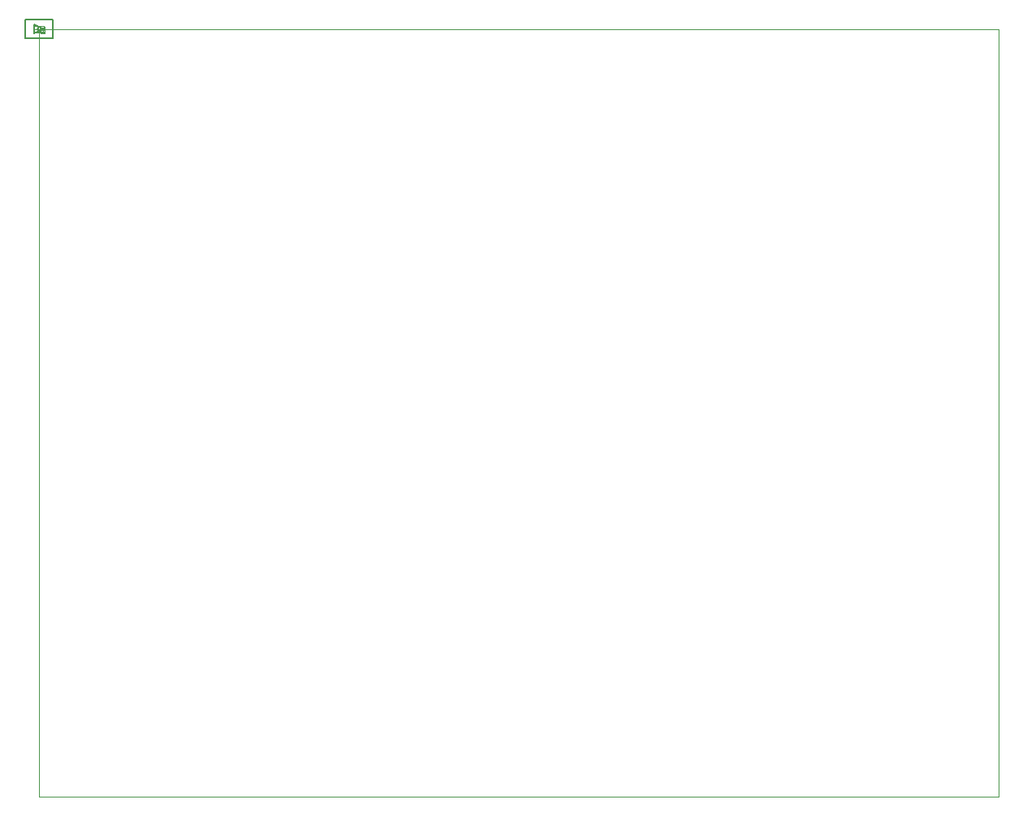
<source format=gto>
G75*
G71*
%OFA0B0*%
%FSLAX23Y23*%
%IPPOS*%
%LPD*%
%ADD10C,0.1*%
%ADD11C,0.111*%
%ADD12C,0.17*%
D10*
X0Y80000D02*
X100000Y80000D01*
X100000Y80000D02*
X100000Y0D01*
X100000Y0D02*
X0Y0D01*
X0Y0D02*
X0Y80000D01*
D11*
X-583Y79667D02*
X-583Y80333D01*
X-250Y80333D01*
X-139Y80222D01*
X-139Y80111D01*
X-250Y80000D01*
X-583Y80000D01*
D11*
X-250Y80000D02*
X-139Y79889D01*
X-139Y79667D01*
D11*
X583Y80167D02*
X583Y79583D01*
X500Y79500D01*
X222Y79500D01*
D11*
X583Y79722D02*
X194Y79722D01*
X83Y79833D01*
X83Y80028D01*
X222Y80167D01*
X417Y80167D01*
X583Y80000D01*
D12*
X-1425Y80950D02*
X1425Y80950D01*
X1425Y79050D01*
X-1425Y79050D01*
X-1425Y80950D01*
D11*
X-611Y79667D02*
X-611Y80333D01*
X-222Y80333D01*
X-111Y80222D01*
X-111Y79778D01*
X-222Y79667D01*
X-611Y79667D01*
D11*
X417Y79944D02*
X611Y79944D01*
X611Y79778D01*
X500Y79667D01*
X222Y79667D01*
X111Y79778D01*
X111Y80222D01*
X222Y80333D01*
X500Y80333D01*
X611Y80222D01*
X611Y80167D01*
D12*
X-500Y80500D02*
X-500Y79500D01*
X500Y80000D01*
X-500Y80500D01*
D11*
X-583Y79667D02*
X-583Y80333D01*
X-250Y80333D01*
X-139Y80222D01*
X-139Y80111D01*
X-250Y80000D01*
X-583Y80000D01*
D11*
X-250Y80000D02*
X-139Y79889D01*
X-139Y79667D01*
D11*
X83Y79667D02*
X83Y80167D01*
D11*
X83Y79944D02*
X278Y80167D01*
X500Y80167D01*
X583Y80083D01*
X583Y80056D01*
D12*
X-1425Y80950D02*
X1425Y80950D01*
X1425Y79050D01*
X-1425Y79050D01*
X-1425Y80950D01*
D11*
X-583Y79667D02*
X-583Y80333D01*
X-194Y80333D01*
X-83Y80222D01*
X-83Y79778D01*
X-194Y79667D01*
X-583Y79667D01*
D11*
X139Y79667D02*
X139Y80333D01*
X472Y80333D01*
X583Y80222D01*
X583Y80111D01*
X472Y80000D01*
X139Y80000D01*
D11*
X472Y80000D02*
X583Y79889D01*
X583Y79667D01*
D12*
X-500Y80500D02*
X-500Y79500D01*
X500Y80000D01*
X-500Y80500D01*
D11*
X-556Y79667D02*
X-556Y80333D01*
X-222Y80333D01*
X-111Y80222D01*
X-111Y80111D01*
X-222Y80000D01*
X-556Y80000D01*
D11*
X-222Y80000D02*
X-111Y79889D01*
X-111Y79667D01*
D11*
X111Y79667D02*
X111Y80333D01*
D11*
X111Y79750D02*
X556Y80139D01*
X556Y80167D01*
D11*
X333Y79944D02*
X556Y79694D01*
X556Y79667D01*
D12*
X-1425Y80950D02*
X1425Y80950D01*
X1425Y79050D01*
X-1425Y79050D01*
X-1425Y80950D01*
D11*
X-583Y79667D02*
X-583Y80333D01*
X-250Y80333D01*
X-139Y80222D01*
X-139Y80111D01*
X-250Y80000D01*
X-583Y80000D01*
D11*
X-250Y80000D02*
X-139Y79889D01*
X-139Y79667D01*
D11*
X83Y80333D02*
X83Y79667D01*
X444Y79667D01*
X583Y79778D01*
X583Y80028D01*
X444Y80167D01*
X250Y80167D01*
X83Y80000D01*
D12*
X-1425Y80950D02*
X1425Y80950D01*
X1425Y79050D01*
X-1425Y79050D01*
X-1425Y80950D01*
M02*

</source>
